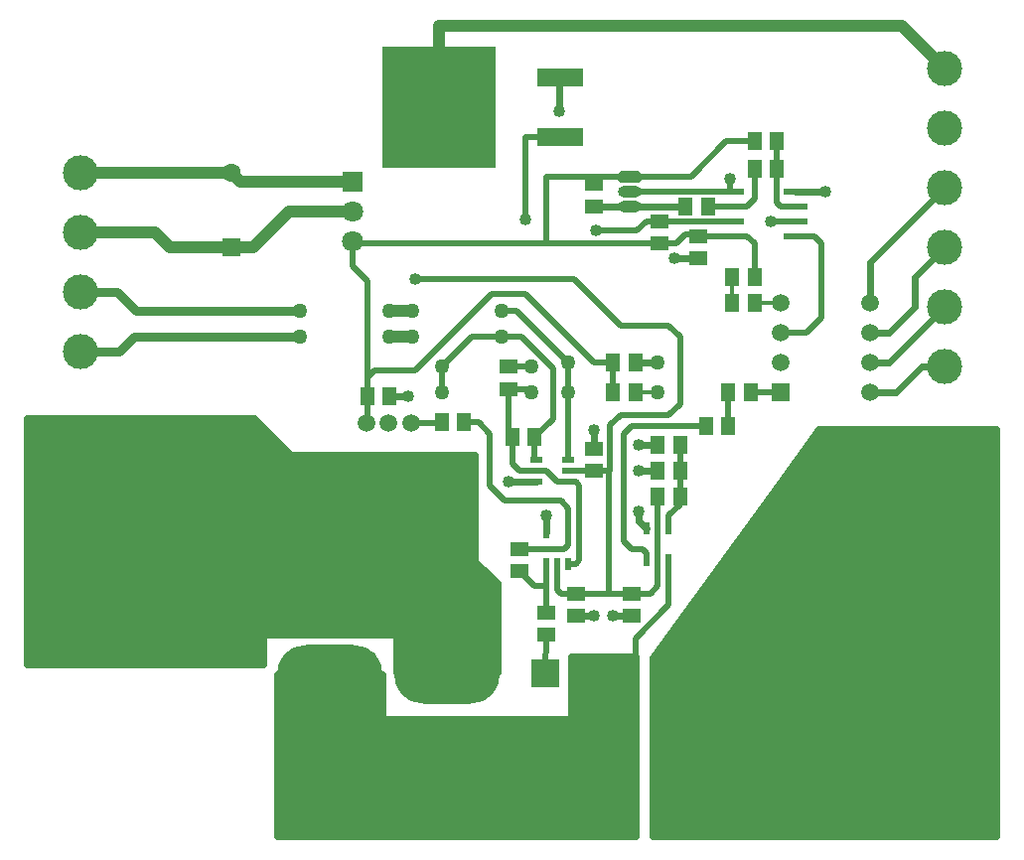
<source format=gbr>
G04 DipTrace 2.3.0.3*
%INTop.gbr*%
%MOMM*%
%ADD13C,0.5*%
%ADD14C,1.0*%
%ADD15C,0.6*%
%ADD16C,0.33*%
%ADD17C,0.8*%
%ADD18C,0.635*%
%ADD19C,1.5*%
%ADD20O,9.0X5.0*%
%ADD21R,2.4X2.4*%
%ADD22C,2.4*%
%ADD24R,0.6X1.1*%
%ADD25R,1.5X1.3*%
%ADD26R,1.3X1.5*%
%ADD27R,1.1X0.6*%
%ADD28C,1.27*%
%ADD29C,1.27*%
%ADD30C,3.0*%
%ADD31R,1.5X1.5*%
%ADD32C,1.5*%
%ADD33R,2.0X0.6*%
%ADD34R,3.95X1.5*%
%ADD35R,9.7X10.4*%
%ADD36R,1.8X1.8*%
%ADD37C,1.8*%
%ADD38C,1.6*%
%ADD39R,1.6X1.6*%
%ADD40O,2.0X1.0*%
%ADD41C,20.0*%
%ADD42C,1.016*%
%FSLAX53Y53*%
G04*
G71*
G90*
G75*
G01*
%LNTop*%
%LPD*%
X29840Y11430D2*
D13*
Y7615D1*
X26987Y4763D1*
Y3175D1*
X25562Y1750D1*
X24810D1*
X19367Y6985D2*
Y9207D1*
Y11112D1*
X17145Y10482D2*
X18420Y9207D1*
X19367D1*
Y5085D2*
X19360Y1750D1*
X12383Y23178D2*
X13653D1*
X14605Y22225D1*
Y17780D1*
X15875Y16510D1*
X20638D1*
X21273Y15875D1*
Y13817D1*
X21268Y13812D1*
X17145Y12383D2*
X20955D1*
X21273Y12700D1*
Y13808D1*
X7860Y23100D2*
X10405D1*
X10482Y23178D1*
X21908Y8572D2*
X20638D1*
X20320Y8890D1*
Y11110D1*
X20317Y11112D1*
X26670Y8572D2*
X28258D1*
X28890Y9205D1*
Y11430D1*
X26670Y8572D2*
X24765D1*
X21908D1*
X28893Y16827D2*
Y11433D1*
X28890Y11430D1*
X23495Y19050D2*
X21275D1*
X21273Y19048D1*
X23495Y19050D2*
X24765D1*
Y8572D1*
X-7461Y38100D2*
D14*
X-5556D1*
X-2540Y41116D1*
X2857D1*
X24765Y19050D2*
D13*
X24817D1*
Y22912D1*
X25717Y23812D1*
X29845D1*
X30798Y24765D1*
Y30480D1*
X29845Y31433D1*
X25717D1*
X21749Y35401D1*
X8255D1*
X-20320Y39370D2*
D14*
X-13970D1*
X-12700Y38100D1*
X-7461D1*
X30260Y1750D2*
D15*
X33020D1*
X36675D1*
X47625Y12700D1*
X19367Y15240D2*
Y13812D1*
X27305Y15558D2*
Y14765D1*
X27940Y14130D1*
X23495Y6668D2*
X21913D1*
X21908Y6673D1*
X25082Y6668D2*
X26035D1*
X26040Y6673D1*
X26670D1*
X27305Y21273D2*
X28898D1*
X27305Y19050D2*
X28893D1*
X6033Y25400D2*
X7620D1*
X16192Y18097D2*
X18572D1*
X23495Y22543D2*
Y20950D1*
X26982Y28258D2*
X28893D1*
X40640Y42862D2*
X43180D1*
X20479Y49689D2*
Y52546D1*
X20558Y52625D1*
X2857Y43656D2*
D14*
X-6668D1*
X-7461Y44450D1*
X30321Y37148D2*
D15*
X32385D1*
X31276Y41595D2*
X26514D1*
X26511Y41592D1*
X23495Y41597D2*
X26506D1*
X33020Y1905D2*
Y1750D1*
X-20320Y44450D2*
D14*
X-7461D1*
X4133Y25400D2*
D13*
Y23192D1*
X4040Y23100D1*
X25082Y28258D2*
Y25718D1*
Y25717D1*
Y28258D2*
X23495D1*
X17621Y34131D1*
X14764D1*
X8255Y27622D1*
X4763D1*
X4128Y26987D1*
Y25405D1*
X4133Y25400D1*
X37143Y35560D2*
Y38423D1*
X36513Y39053D1*
X35240D1*
X32390D1*
X32385Y39048D1*
X4128Y26987D2*
Y35242D1*
X2857Y36513D1*
Y38576D1*
X37150Y47151D2*
X34769D1*
X31750Y44133D1*
X26511D1*
X23495D1*
X19367D1*
Y38418D1*
X3016D1*
X2857Y38576D1*
X29051Y38423D2*
X30485D1*
X31274Y39211D1*
X32549D1*
X32385Y39048D1*
X23495Y43497D2*
Y44133D1*
X29051Y38423D2*
X19367Y38418D1*
X21273Y18097D2*
X21908D1*
X22225Y17780D1*
Y11430D1*
X21908Y11112D1*
X21268D1*
X16512Y21905D2*
Y19683D1*
X17145Y19050D1*
X19367D1*
X20320Y18097D1*
X21273D1*
X16192Y26035D2*
X17780D1*
X18097Y25717D1*
X16192Y26035D2*
Y22225D1*
X16512Y21905D1*
X15558Y32702D2*
X16827D1*
X21273Y28258D1*
Y24618D1*
Y19997D1*
Y28258D2*
Y25717D1*
Y24618D1*
X26982Y25717D2*
D16*
X28893D1*
X15558Y30480D2*
D13*
X17304D1*
X20003Y27781D1*
Y23495D1*
X18415Y21908D1*
Y19997D1*
X18572D1*
X18412Y21905D2*
X18415Y21908D1*
X10477Y25717D2*
Y27940D1*
X13018Y30480D1*
X15558D1*
X7938D2*
D14*
X6033D1*
X7938Y32702D2*
X6033D1*
X16192Y27935D2*
D13*
X18092D1*
X18097Y27940D1*
X-20320Y34290D2*
D17*
X-17145D1*
X-15558Y32702D1*
X-1587D1*
Y30480D2*
X-15716D1*
X-16986Y29210D1*
X-20320D1*
X30793Y16827D2*
D13*
Y16188D1*
X29840Y15235D1*
Y14130D1*
X30798Y21273D2*
Y19055D1*
X30793Y19050D1*
Y16827D1*
X27940Y11430D2*
Y12065D1*
X27622Y12383D1*
X26670D1*
X26035Y13018D1*
Y22225D1*
X26670Y22860D1*
X33020D1*
X34920D2*
X34930Y25717D1*
X36830D2*
X39370D1*
X37148Y33337D2*
D16*
X39370D1*
X35242Y35560D2*
X35247D1*
Y33337D1*
X40640Y39053D2*
D13*
X42227D1*
X42862Y38418D1*
Y32067D1*
X41592Y30798D1*
X39370D1*
X37148Y44768D2*
Y42227D1*
X36513Y41592D1*
X35240D1*
X33176Y41595D2*
X35240Y41592D1*
X39048Y44768D2*
Y41915D1*
X39370Y41592D1*
X40640D1*
X39050Y47151D2*
Y44770D1*
X39048Y44768D1*
X26511Y42862D2*
X35240D1*
X35084Y43974D2*
Y43019D1*
X35240Y42862D1*
X38576Y40322D2*
X40640D1*
X46990Y28258D2*
D15*
X48577D1*
X53340Y33020D1*
X46990Y25717D2*
X49212D1*
X51435Y27940D1*
X53340D1*
X46990Y30798D2*
X48577D1*
X50800Y33020D1*
Y35560D1*
X53340Y38100D1*
X46990Y33337D2*
Y36830D1*
X53340Y43180D1*
X29051Y40322D2*
D13*
X35240D1*
X20558Y47545D2*
X17621D1*
Y40481D1*
X23654Y39529D2*
X27146D1*
X27940Y40322D1*
X29051D1*
X10257Y50085D2*
D14*
Y56991D1*
X49689D1*
X53023Y53658D1*
Y53023D1*
X53340Y53340D1*
D42*
X19367Y15240D3*
X27305Y15558D3*
X23495Y6668D3*
X25082D3*
X27305Y21273D3*
Y19050D3*
X16192Y18097D3*
X7620Y25400D3*
X23495Y22543D3*
X43180Y42862D3*
X30321Y37148D3*
X20479Y49689D3*
X35084Y43974D3*
X38576Y40322D3*
X23654Y39529D3*
X17621Y40481D3*
X8255Y35401D3*
X8890Y0D3*
X10160D3*
X11430D3*
X12700D3*
X14605Y1905D3*
X6985D3*
X8890Y3175D3*
X10160D3*
X11430D3*
X12700D3*
X4445Y1905D3*
X3175Y3175D3*
X1905D3*
X635D3*
X-635D3*
X-1905D3*
X3175Y0D3*
X1905D3*
X635D3*
X-635D3*
X-1905D3*
X-2540Y1905D3*
X4445Y635D3*
X-2540D3*
X7620D3*
X13970D3*
Y3175D3*
X7620D3*
X4445D3*
X-14605Y18732D3*
X-12700Y18415D3*
X-16510D3*
X-8572Y12700D3*
X-14605Y6668D3*
X-20638Y12700D3*
X-12700Y6985D3*
X-16510D3*
X-8890Y10795D3*
Y14605D3*
X-20320D3*
Y10795D3*
X-18097Y17621D3*
X-19367Y16351D3*
X-11112Y17621D3*
X-9842Y16351D3*
X-19367Y9049D3*
X-18097Y7779D3*
X-11112D3*
X-9842Y9049D3*
X47625Y18732D3*
X49530Y18415D3*
X45720D3*
X53658Y12700D3*
X47625Y6668D3*
X41592Y12700D3*
X49530Y6985D3*
X45720D3*
X53340Y10795D3*
Y14605D3*
X41910D3*
Y10795D3*
X44133Y17621D3*
X42862Y16351D3*
X51117Y17621D3*
X52388Y16351D3*
X42862Y9049D3*
X44133Y7779D3*
X51117D3*
X52388Y9049D3*
X29210Y-635D3*
X30480D3*
X31750D3*
X33020D3*
Y635D3*
Y1905D3*
Y3175D3*
Y4445D3*
X26670Y-635D3*
X25400D3*
X24130D3*
X22860D3*
Y635D3*
Y1905D3*
X31750Y4445D3*
X30480D3*
X-24702Y22863D2*
D18*
X-4960D1*
X-24702Y22232D2*
X-4325D1*
X-24702Y21600D2*
X-3700D1*
X-24702Y20968D2*
X-3065D1*
X-24702Y20337D2*
X-2430D1*
X-24702Y19705D2*
X13276D1*
X-24702Y19073D2*
X13276D1*
X-24702Y18442D2*
X13276D1*
X-24702Y17810D2*
X13276D1*
X-24702Y17178D2*
X13276D1*
X-24702Y16547D2*
X13276D1*
X-24702Y15915D2*
X13276D1*
X-24702Y15283D2*
X13276D1*
X-24702Y14652D2*
X13276D1*
X-24702Y14020D2*
X13276D1*
X-24702Y13388D2*
X13276D1*
X-24702Y12757D2*
X13276D1*
X-24702Y12125D2*
X13276D1*
X-24702Y11493D2*
X13276D1*
X-24702Y10862D2*
X13713D1*
X-24702Y10230D2*
X14338D1*
X-24702Y9598D2*
X14973D1*
X-24702Y8967D2*
X15177D1*
X-24702Y8335D2*
X15177D1*
X-24702Y7703D2*
X15177D1*
X-24702Y7072D2*
X15177D1*
X-24702Y6440D2*
X15177D1*
X-24702Y5808D2*
X15177D1*
X-24702Y5177D2*
X15177D1*
X-24702Y4545D2*
X-4821D1*
X6726D2*
X15177D1*
X-24702Y3913D2*
X-4821D1*
X6726D2*
X15177D1*
X-24702Y3282D2*
X-4821D1*
X6726D2*
X15177D1*
X-24702Y2650D2*
X-4821D1*
X6726D2*
X15177D1*
X6726Y2018D2*
X15177D1*
X6985Y1905D2*
X15240D1*
Y9396D1*
X13425Y11215D1*
X13335Y11430D1*
Y20320D1*
X-2231Y20325D1*
X-2447Y20413D1*
X-5527Y23493D1*
X-24765Y23495D1*
Y2540D1*
X-4763D1*
Y4763D1*
X-4734Y4895D1*
X-4490Y5077D1*
X6350Y5080D1*
X6618Y4925D1*
X6668Y4763D1*
Y1905D1*
X6985D1*
X21649Y2543D2*
X26924D1*
X21649Y1912D2*
X26924D1*
X-3429Y1280D2*
X5339D1*
X21649D2*
X26924D1*
X-3429Y648D2*
X5339D1*
X21649D2*
X26924D1*
X-3429Y17D2*
X5339D1*
X21649D2*
X26924D1*
X-3429Y-615D2*
X5339D1*
X21649D2*
X26924D1*
X-3429Y-1247D2*
X5339D1*
X21649D2*
X26924D1*
X-3429Y-1878D2*
X5339D1*
X21649D2*
X26924D1*
X-3429Y-2510D2*
X26924D1*
X-3429Y-3142D2*
X26924D1*
X-3429Y-3773D2*
X26924D1*
X-3429Y-4405D2*
X26924D1*
X-3429Y-5037D2*
X26924D1*
X-3429Y-5668D2*
X26924D1*
X-3429Y-6300D2*
X26924D1*
X-3429Y-6932D2*
X26924D1*
X-3429Y-7563D2*
X26924D1*
X-3429Y-8195D2*
X26924D1*
X-3429Y-8827D2*
X26924D1*
X-3429Y-9458D2*
X26924D1*
X-3429Y-10090D2*
X26924D1*
X-3429Y-10722D2*
X26924D1*
X-3429Y-11353D2*
X26924D1*
X-3429Y-11985D2*
X26924D1*
X5080Y1587D2*
X-3492D1*
Y-12065D1*
X26987D1*
Y3175D1*
X21590D1*
Y-1905D1*
X21435Y-2173D1*
X21273Y-2222D1*
X5715D1*
X5447Y-2067D1*
X5398Y-1905D1*
Y1587D1*
X5080D1*
X42316Y21911D2*
X57726D1*
X41849Y21279D2*
X57726D1*
X41393Y20648D2*
X57726D1*
X40937Y20016D2*
X57726D1*
X40480Y19384D2*
X57726D1*
X40024Y18753D2*
X57726D1*
X39558Y18121D2*
X57726D1*
X39101Y17489D2*
X57726D1*
X38645Y16857D2*
X57726D1*
X38188Y16226D2*
X57726D1*
X37722Y15594D2*
X57726D1*
X37266Y14962D2*
X57726D1*
X36809Y14331D2*
X57726D1*
X36353Y13699D2*
X57726D1*
X35896Y13067D2*
X57726D1*
X35430Y12436D2*
X57726D1*
X34974Y11804D2*
X57726D1*
X34517Y11173D2*
X57726D1*
X34061Y10541D2*
X57726D1*
X33604Y9909D2*
X57726D1*
X33138Y9278D2*
X57726D1*
X32682Y8646D2*
X57726D1*
X32225Y8014D2*
X57726D1*
X31769Y7383D2*
X57726D1*
X31312Y6751D2*
X57726D1*
X30846Y6119D2*
X57726D1*
X30390Y5487D2*
X57726D1*
X29933Y4856D2*
X57726D1*
X29477Y4224D2*
X57726D1*
X29020Y3592D2*
X57726D1*
X28639Y2961D2*
X57726D1*
X28639Y2329D2*
X57726D1*
X28639Y1697D2*
X57726D1*
X28639Y1066D2*
X57726D1*
X28639Y434D2*
X57726D1*
X28639Y-197D2*
X57726D1*
X28639Y-829D2*
X57726D1*
X28639Y-1461D2*
X57726D1*
X28639Y-2092D2*
X57726D1*
X28639Y-2724D2*
X57726D1*
X28639Y-3356D2*
X57726D1*
X28639Y-3987D2*
X57726D1*
X28639Y-4619D2*
X57726D1*
X28639Y-5251D2*
X57726D1*
X28639Y-5883D2*
X57726D1*
X28639Y-6514D2*
X57726D1*
X28639Y-7146D2*
X57726D1*
X28639Y-7778D2*
X57726D1*
X28639Y-8409D2*
X57726D1*
X28639Y-9041D2*
X57726D1*
X28639Y-9673D2*
X57726D1*
X28639Y-10304D2*
X57726D1*
X28639Y-10936D2*
X57726D1*
X28639Y-11567D2*
X57726D1*
X28575Y3066D2*
Y-12065D1*
X57785D1*
Y22543D1*
X42714D1*
X39445Y18048D1*
X28575Y3072D1*
D19*
X5950Y23100D3*
X4040D3*
X7860D3*
D20*
X10950Y1700D3*
X950D3*
D21*
X19360Y1750D3*
D22*
X24810D3*
X30260D3*
D24*
X19368Y11112D3*
X20317D3*
X21268D3*
Y13812D3*
X19368D3*
D25*
X19367Y6985D3*
Y5085D3*
X17145Y12383D3*
Y10483D3*
D26*
X12383Y23178D3*
X10482D3*
D25*
X21908Y8572D3*
Y6673D3*
D26*
X6033Y25400D3*
X4133D3*
D27*
X21273Y18098D3*
Y19048D3*
Y19998D3*
X18572D3*
Y18098D3*
D26*
X26983Y25717D3*
X25082D3*
D28*
X28892D3*
D29*
X21273D3*
D25*
X23495Y19050D3*
Y20950D3*
D26*
X26982Y28258D3*
X25082D3*
D28*
X18097Y25717D3*
D29*
X10478D3*
D28*
X21273Y28258D3*
D29*
X28892D3*
D26*
X18412Y21905D3*
X16512D3*
D28*
X15557Y32702D3*
D29*
X7938D3*
D28*
X15557Y30480D3*
D29*
X7938D3*
D28*
X6032D3*
D29*
X-1587D3*
D28*
X6032Y32702D3*
D29*
X-1587D3*
D28*
X18097Y27940D3*
D29*
X10478D3*
D25*
X16192Y26035D3*
Y27935D3*
D30*
X53340Y33020D3*
Y27940D3*
D26*
X36830Y25717D3*
X34930D3*
X33020Y22860D3*
X34920D3*
D31*
X39370Y25718D3*
D32*
Y28258D3*
Y30798D3*
Y33337D3*
X46990D3*
Y30798D3*
Y28258D3*
Y25718D3*
D26*
X28892Y19050D3*
X30793D3*
X30798Y21273D3*
X28898D3*
X28892Y16827D3*
X30793D3*
D33*
X40640Y39053D3*
Y40322D3*
Y41592D3*
Y42862D3*
X35240D3*
Y41592D3*
Y40322D3*
Y39053D3*
D24*
X27940Y11430D3*
X28890D3*
X29840D3*
Y14130D3*
X27940D3*
D25*
X26670Y8572D3*
Y6673D3*
X32385Y37148D3*
Y39048D3*
D26*
X37148Y33337D3*
X35248D3*
X37143Y35560D3*
X35242D3*
D25*
X29051Y40322D3*
Y38422D3*
D26*
X39050Y47151D3*
X37150D3*
X37147Y44768D3*
X39048D3*
X31276Y41595D3*
X33176D3*
D34*
X20558Y47545D3*
Y52625D3*
D35*
X10257Y50085D3*
D36*
X2858Y43656D3*
D37*
Y38576D3*
Y41116D3*
D38*
X-7461Y44450D3*
D39*
Y38100D3*
D25*
X23495Y43498D3*
Y41598D3*
G36*
X27261Y44632D2*
X27511Y44382D1*
Y43882D1*
X27261Y43632D1*
X25761D1*
X25511Y43882D1*
Y44382D1*
X25761Y44632D1*
X27261D1*
G37*
D40*
X26511Y42862D3*
Y41592D3*
D30*
X53340Y38100D3*
Y43180D3*
Y48260D3*
Y53340D3*
X-20320Y29210D3*
Y34290D3*
D41*
X-14605Y12700D3*
X47625D3*
D30*
X-20320Y39370D3*
Y44450D3*
M02*

</source>
